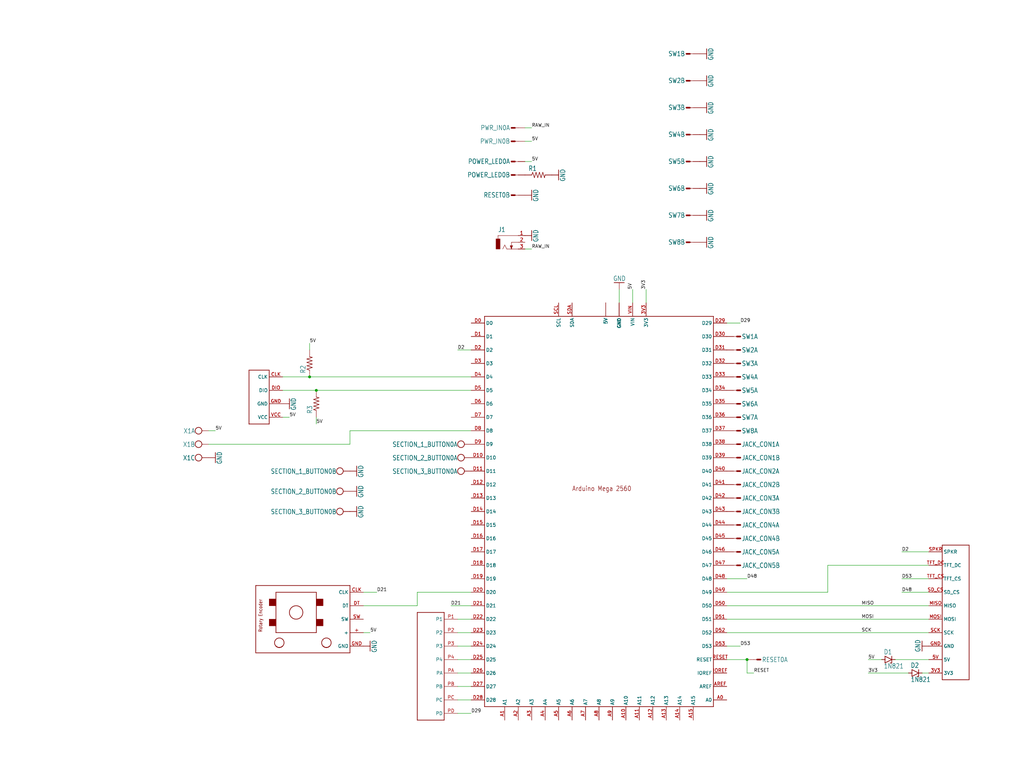
<source format=kicad_sch>
(kicad_sch (version 20231120) (generator "eeschema") (generator_version "8.0")
  (paper "User" 386.486 292.024)
  (lib_symbols
    (symbol "main-eagle-import:1N821"
      (property "Reference" "D" (at -1.778 1.905 0))
      (symbol "1N821_1_0"
        (polyline (pts (xy -1.27 -1.27) (xy 1.27 0)) (stroke (width 0.254)))
        (polyline (pts (xy -1.27 0) (xy -2.54 0)) (stroke (width 0.254)))
        (polyline (pts (xy -1.27 0) (xy -1.27 -1.27)) (stroke (width 0.254)))
        (polyline (pts (xy -1.27 1.27) (xy -1.27 0)) (stroke (width 0.254)))
        (polyline (pts (xy 1.27 -1.27) (xy 0.635 -1.27)) (stroke (width 0.254)))
        (polyline (pts (xy 1.27 0) (xy -1.27 1.27)) (stroke (width 0.254)))
        (polyline (pts (xy 1.27 0) (xy 1.27 -1.27)) (stroke (width 0.254)))
        (polyline (pts (xy 1.27 0) (xy 2.54 0)) (stroke (width 0.254)))
        (polyline (pts (xy 1.27 1.27) (xy 1.27 0)) (stroke (width 0.254)))
        (pin passive line (at -2.54 0 0) (length 0) (name "A") (number "A"))
        (pin passive line (at 2.54 0 180) (length 0) (name "C") (number "C"))
      )
    )
    (symbol "main-eagle-import:7_SEG_DISPLAY"
      (symbol "7_SEG_DISPLAY_1_0"
        (polyline (pts (xy -10.16 -5.08) (xy -10.16 2.54)) (stroke (width 0.254)))
        (polyline (pts (xy -10.16 2.54) (xy 10.16 2.54)) (stroke (width 0.254)))
        (polyline (pts (xy 10.16 -5.08) (xy -10.16 -5.08)) (stroke (width 0.254)))
        (polyline (pts (xy 10.16 2.54) (xy 10.16 -5.08)) (stroke (width 0.254)))
        (pin bidirectional line (at -7.62 7.62 270) (length 5.08) (name "CLK") (number "CLK"))
        (pin bidirectional line (at -2.54 7.62 270) (length 5.08) (name "DIO") (number "DIO"))
        (pin bidirectional line (at 2.54 7.62 270) (length 5.08) (name "GND") (number "GND"))
        (pin bidirectional line (at 7.62 7.62 270) (length 5.08) (name "VCC") (number "VCC"))
      )
    )
    (symbol "main-eagle-import:ARDUINO_MEGAMIRROR"
      (symbol "ARDUINO_MEGAMIRROR_1_0"
        (polyline (pts (xy -43.18 -76.2) (xy 43.18 -76.2)) (stroke (width 0.254)))
        (polyline (pts (xy -43.18 71.12) (xy -43.18 -76.2)) (stroke (width 0.254)))
        (polyline (pts (xy 43.18 -76.2) (xy 43.18 71.12)) (stroke (width 0.254)))
        (polyline (pts (xy 43.18 71.12) (xy -43.18 71.12)) (stroke (width 0.254)))
        (text "Arduino Mega 2560" (at -10.16 5.08 0) (effects (font (size 1.778 1.5113)) (justify left bottom)))
        (pin power_in line (at 17.78 76.2 270) (length 5.08) (name "3V3") (number "3V3"))
        (pin power_in line (at 2.54 76.2 270) (length 5.08) (name "5V") (number "5V@1"))
        (pin power_in line (at 2.54 76.2 270) (length 5.08) (name "5V") (number "5V@2"))
        (pin power_in line (at 2.54 76.2 270) (length 5.08) (name "5V") (number "5V@3"))
        (pin bidirectional line (at 48.26 -73.66 180) (length 5.08) (name "A0") (number "A0"))
        (pin bidirectional line (at -35.56 -81.28 90) (length 5.08) (name "A1") (number "A1"))
        (pin bidirectional line (at 10.16 -81.28 90) (length 5.08) (name "A10") (number "A10"))
        (pin bidirectional line (at 15.24 -81.28 90) (length 5.08) (name "A11") (number "A11"))
        (pin bidirectional line (at 20.32 -81.28 90) (length 5.08) (name "A12") (number "A12"))
        (pin bidirectional line (at 25.4 -81.28 90) (length 5.08) (name "A13") (number "A13"))
        (pin bidirectional line (at 30.48 -81.28 90) (length 5.08) (name "A14") (number "A14"))
        (pin bidirectional line (at 35.56 -81.28 90) (length 5.08) (name "A15") (number "A15"))
        (pin bidirectional line (at -30.48 -81.28 90) (length 5.08) (name "A2") (number "A2"))
        (pin bidirectional line (at -25.4 -81.28 90) (length 5.08) (name "A3") (number "A3"))
        (pin bidirectional line (at -20.32 -81.28 90) (length 5.08) (name "A4") (number "A4"))
        (pin bidirectional line (at -15.24 -81.28 90) (length 5.08) (name "A5") (number "A5"))
        (pin bidirectional line (at -10.16 -81.28 90) (length 5.08) (name "A6") (number "A6"))
        (pin bidirectional line (at -5.08 -81.28 90) (length 5.08) (name "A7") (number "A7"))
        (pin bidirectional line (at 0 -81.28 90) (length 5.08) (name "A8") (number "A8"))
        (pin bidirectional line (at 5.08 -81.28 90) (length 5.08) (name "A9") (number "A9"))
        (pin bidirectional line (at 48.26 -68.58 180) (length 5.08) (name "AREF") (number "AREF"))
        (pin bidirectional line (at -48.26 68.58 0) (length 5.08) (name "D0") (number "D0"))
        (pin bidirectional line (at -48.26 63.5 0) (length 5.08) (name "D1") (number "D1"))
        (pin bidirectional line (at -48.26 17.78 0) (length 5.08) (name "D10") (number "D10"))
        (pin bidirectional line (at -48.26 12.7 0) (length 5.08) (name "D11") (number "D11"))
        (pin bidirectional line (at -48.26 7.62 0) (length 5.08) (name "D12") (number "D12"))
        (pin bidirectional line (at -48.26 2.54 0) (length 5.08) (name "D13") (number "D13"))
        (pin bidirectional line (at -48.26 -2.54 0) (length 5.08) (name "D14") (number "D14"))
        (pin bidirectional line (at -48.26 -7.62 0) (length 5.08) (name "D15") (number "D15"))
        (pin bidirectional line (at -48.26 -12.7 0) (length 5.08) (name "D16") (number "D16"))
        (pin bidirectional line (at -48.26 -17.78 0) (length 5.08) (name "D17") (number "D17"))
        (pin bidirectional line (at -48.26 -22.86 0) (length 5.08) (name "D18") (number "D18"))
        (pin bidirectional line (at -48.26 -27.94 0) (length 5.08) (name "D19") (number "D19"))
        (pin bidirectional line (at -48.26 58.42 0) (length 5.08) (name "D2") (number "D2"))
        (pin bidirectional line (at -48.26 -33.02 0) (length 5.08) (name "D20") (number "D20"))
        (pin bidirectional line (at -48.26 -38.1 0) (length 5.08) (name "D21") (number "D21"))
        (pin bidirectional line (at -48.26 -43.18 0) (length 5.08) (name "D22") (number "D22"))
        (pin bidirectional line (at -48.26 -48.26 0) (length 5.08) (name "D23") (number "D23"))
        (pin bidirectional line (at -48.26 -53.34 0) (length 5.08) (name "D24") (number "D24"))
        (pin bidirectional line (at -48.26 -58.42 0) (length 5.08) (name "D25") (number "D25"))
        (pin bidirectional line (at -48.26 -63.5 0) (length 5.08) (name "D26") (number "D26"))
        (pin bidirectional line (at -48.26 -68.58 0) (length 5.08) (name "D27") (number "D27"))
        (pin bidirectional line (at -48.26 -73.66 0) (length 5.08) (name "D28") (number "D28"))
        (pin bidirectional line (at 48.26 68.58 180) (length 5.08) (name "D29") (number "D29"))
        (pin bidirectional line (at -48.26 53.34 0) (length 5.08) (name "D3") (number "D3"))
        (pin bidirectional line (at 48.26 63.5 180) (length 5.08) (name "D30") (number "D30"))
        (pin bidirectional line (at 48.26 58.42 180) (length 5.08) (name "D31") (number "D31"))
        (pin bidirectional line (at 48.26 53.34 180) (length 5.08) (name "D32") (number "D32"))
        (pin bidirectional line (at 48.26 48.26 180) (length 5.08) (name "D33") (number "D33"))
        (pin bidirectional line (at 48.26 43.18 180) (length 5.08) (name "D34") (number "D34"))
        (pin bidirectional line (at 48.26 38.1 180) (length 5.08) (name "D35") (number "D35"))
        (pin bidirectional line (at 48.26 33.02 180) (length 5.08) (name "D36") (number "D36"))
        (pin bidirectional line (at 48.26 27.94 180) (length 5.08) (name "D37") (number "D37"))
        (pin bidirectional line (at 48.26 22.86 180) (length 5.08) (name "D38") (number "D38"))
        (pin bidirectional line (at 48.26 17.78 180) (length 5.08) (name "D39") (number "D39"))
        (pin bidirectional line (at -48.26 48.26 0) (length 5.08) (name "D4") (number "D4"))
        (pin bidirectional line (at 48.26 12.7 180) (length 5.08) (name "D40") (number "D40"))
        (pin bidirectional line (at 48.26 7.62 180) (length 5.08) (name "D41") (number "D41"))
        (pin bidirectional line (at 48.26 2.54 180) (length 5.08) (name "D42") (number "D42"))
        (pin bidirectional line (at 48.26 -2.54 180) (length 5.08) (name "D43") (number "D43"))
        (pin bidirectional line (at 48.26 -7.62 180) (length 5.08) (name "D44") (number "D44"))
        (pin bidirectional line (at 48.26 -12.7 180) (length 5.08) (name "D45") (number "D45"))
        (pin bidirectional line (at 48.26 -17.78 180) (length 5.08) (name "D46") (number "D46"))
        (pin bidirectional line (at 48.26 -22.86 180) (length 5.08) (name "D47") (number "D47"))
        (pin bidirectional line (at 48.26 -27.94 180) (length 5.08) (name "D48") (number "D48"))
        (pin bidirectional line (at 48.26 -33.02 180) (length 5.08) (name "D49") (number "D49"))
        (pin bidirectional line (at -48.26 43.18 0) (length 5.08) (name "D5") (number "D5"))
        (pin bidirectional line (at 48.26 -38.1 180) (length 5.08) (name "D50") (number "D50"))
        (pin bidirectional line (at 48.26 -43.18 180) (length 5.08) (name "D51") (number "D51"))
        (pin bidirectional line (at 48.26 -48.26 180) (length 5.08) (name "D52") (number "D52"))
        (pin bidirectional line (at 48.26 -53.34 180) (length 5.08) (name "D53") (number "D53"))
        (pin bidirectional line (at -48.26 38.1 0) (length 5.08) (name "D6") (number "D6"))
        (pin bidirectional line (at -48.26 33.02 0) (length 5.08) (name "D7") (number "D7"))
        (pin bidirectional line (at -48.26 27.94 0) (length 5.08) (name "D8") (number "D8"))
        (pin bidirectional line (at -48.26 22.86 0) (length 5.08) (name "D9") (number "D9"))
        (pin power_in line (at 7.62 76.2 270) (length 5.08) (name "GND") (number "GND@1"))
        (pin power_in line (at 7.62 76.2 270) (length 5.08) (name "GND") (number "GND@2"))
        (pin power_in line (at 7.62 76.2 270) (length 5.08) (name "GND") (number "GND@3"))
        (pin power_in line (at 7.62 76.2 270) (length 5.08) (name "GND") (number "GND@4"))
        (pin power_in line (at 7.62 76.2 270) (length 5.08) (name "GND") (number "GND@5"))
        (pin bidirectional line (at 48.26 -63.5 180) (length 5.08) (name "IOREF") (number "IOREF"))
        (pin bidirectional line (at 48.26 -58.42 180) (length 5.08) (name "RESET") (number "RESET"))
        (pin bidirectional line (at -15.24 76.2 270) (length 5.08) (name "SCL") (number "SCL"))
        (pin bidirectional line (at -10.16 76.2 270) (length 5.08) (name "SDA") (number "SDA"))
        (pin power_in line (at 12.7 76.2 270) (length 5.08) (name "VIN") (number "VIN"))
      )
    )
    (symbol "main-eagle-import:BUTTON_GRID_HEADER"
      (symbol "BUTTON_GRID_HEADER_1_0"
        (polyline (pts (xy -20.32 -5.08) (xy -20.32 5.08)) (stroke (width 0.254)))
        (polyline (pts (xy -20.32 5.08) (xy 20.32 5.08)) (stroke (width 0.254)))
        (polyline (pts (xy 20.32 -5.08) (xy -20.32 -5.08)) (stroke (width 0.254)))
        (polyline (pts (xy 20.32 5.08) (xy 20.32 -5.08)) (stroke (width 0.254)))
        (pin bidirectional line (at -17.78 10.16 270) (length 5.08) (name "P1") (number "P1"))
        (pin bidirectional line (at -12.7 10.16 270) (length 5.08) (name "P2") (number "P2"))
        (pin bidirectional line (at -7.62 10.16 270) (length 5.08) (name "P3") (number "P3"))
        (pin bidirectional line (at -2.54 10.16 270) (length 5.08) (name "P4") (number "P4"))
        (pin bidirectional line (at 2.54 10.16 270) (length 5.08) (name "PA") (number "PA"))
        (pin bidirectional line (at 7.62 10.16 270) (length 5.08) (name "PB") (number "PB"))
        (pin bidirectional line (at 12.7 10.16 270) (length 5.08) (name "PC") (number "PC"))
        (pin bidirectional line (at 17.78 10.16 270) (length 5.08) (name "PD") (number "PD"))
      )
    )
    (symbol "main-eagle-import:DCJ0303"
      (property "Reference" "J" (at -2.54 3.81 0))
      (symbol "DCJ0303_1_0"
        (rectangle (start -3.302 -2.54) (end -1.778 1.27) (fill (type outline)))
        (polyline (pts (xy -2.54 2.54) (xy -2.54 1.27)) (stroke (width 0.1524)))
        (polyline (pts (xy 0 -1.016) (xy -0.762 -2.54)) (stroke (width 0.1524)))
        (polyline (pts (xy 0.762 -2.54) (xy 0 -1.016)) (stroke (width 0.1524)))
        (polyline (pts (xy 2.54 -2.54) (xy 0.762 -2.54)) (stroke (width 0.1524)))
        (polyline (pts (xy 2.54 0) (xy 2.54 -2.54)) (stroke (width 0.1524)))
        (polyline (pts (xy 5.08 -2.54) (xy 2.54 -2.54)) (stroke (width 0.1524)))
        (polyline (pts (xy 5.08 0) (xy 2.54 0)) (stroke (width 0.1524)))
        (polyline (pts (xy 5.08 2.54) (xy -2.54 2.54)) (stroke (width 0.1524)))
        (polyline (pts (xy 2.54 -2.54) (xy 2.032 -1.27) (xy 3.048 -1.27)) (stroke (width 0.1524)) (fill (type outline)))
        (pin passive line (at 7.62 2.54 180) (length 2.54) (name "1") (number "1"))
        (pin passive line (at 7.62 0 180) (length 2.54) (name "2") (number "2"))
        (pin passive line (at 7.62 -2.54 180) (length 2.54) (name "3") (number "3"))
      )
    )
    (symbol "main-eagle-import:FLIPFLOP-RES"
      (property "Reference" "R" (at -3.81 1.4986 0))
      (symbol "FLIPFLOP-RES_1_0"
        (polyline (pts (xy -2.54 0) (xy -2.159 1.016)) (stroke (width 0.2032)))
        (polyline (pts (xy -2.159 1.016) (xy -1.524 -1.016)) (stroke (width 0.2032)))
        (polyline (pts (xy -1.524 -1.016) (xy -0.889 1.016)) (stroke (width 0.2032)))
        (polyline (pts (xy -0.889 1.016) (xy -0.254 -1.016)) (stroke (width 0.2032)))
        (polyline (pts (xy -0.254 -1.016) (xy 0.381 1.016)) (stroke (width 0.2032)))
        (polyline (pts (xy 0.381 1.016) (xy 1.016 -1.016)) (stroke (width 0.2032)))
        (polyline (pts (xy 1.016 -1.016) (xy 1.651 1.016)) (stroke (width 0.2032)))
        (polyline (pts (xy 1.651 1.016) (xy 2.286 -1.016)) (stroke (width 0.2032)))
        (polyline (pts (xy 2.286 -1.016) (xy 2.54 0)) (stroke (width 0.2032)))
        (pin passive line (at -5.08 0 0) (length 2.54) (name "1") (number "1"))
        (pin passive line (at 5.08 0 180) (length 2.54) (name "2") (number "2"))
      )
    )
    (symbol "main-eagle-import:GND" (power)
      (symbol "GND_1_0"
        (polyline (pts (xy -1.905 0) (xy 1.905 0)) (stroke (width 0.254)))
        (pin power_in line (at 0 2.54 270) (length 2.54) (name "GND") (number "1"))
      )
    )
    (symbol "main-eagle-import:L02P"
      (property "Reference" "SV" (at -0.508 1.016 0))
      (symbol "L02P_1_0"
        (polyline (pts (xy 0 0) (xy 1.27 0)) (stroke (width 0.6096)))
        (polyline (pts (xy 1.27 0) (xy 2.54 0)) (stroke (width 0.1524)))
        (pin passive line (at 5.08 0 180) (length 2.54) (name "S") (number "1"))
      )
      (symbol "L02P_2_0"
        (polyline (pts (xy 0 0) (xy 1.27 0)) (stroke (width 0.6096)))
        (polyline (pts (xy 1.27 0) (xy 2.54 0)) (stroke (width 0.1524)))
        (pin passive line (at 5.08 0 180) (length 2.54) (name "S") (number "2"))
      )
    )
    (symbol "main-eagle-import:ROTARY_ENCODER"
      (symbol "ROTARY_ENCODER_1_0"
        (rectangle (start -7.62 -12.7) (end -5.08 -10.16) (fill (type outline)))
        (rectangle (start -7.62 5.08) (end -5.08 7.62) (fill (type outline)))
        (circle (center -2.54 -2.54) (radius 2.54) (stroke (width 0.254)))
        (rectangle (start 0 -12.7) (end 2.54 -10.16) (fill (type outline)))
        (polyline (pts (xy -12.7 -17.78) (xy 12.7 -17.78)) (stroke (width 0.254)))
        (polyline (pts (xy -12.7 17.78) (xy -12.7 -17.78)) (stroke (width 0.254)))
        (polyline (pts (xy -10.16 -10.16) (xy -10.16 5.08)) (stroke (width 0.254)))
        (polyline (pts (xy -10.16 5.08) (xy 5.08 5.08)) (stroke (width 0.254)))
        (polyline (pts (xy 5.08 -10.16) (xy -10.16 -10.16)) (stroke (width 0.254)))
        (polyline (pts (xy 5.08 5.08) (xy 5.08 -10.16)) (stroke (width 0.254)))
        (polyline (pts (xy 12.7 -17.78) (xy 12.7 17.78)) (stroke (width 0.254)))
        (polyline (pts (xy 12.7 17.78) (xy -12.7 17.78)) (stroke (width 0.254)))
        (rectangle (start 0 5.08) (end 2.54 7.62) (fill (type outline)))
        (arc (start 7.62 -7.62) (mid 7.62 -10.16) (end 10.16 -10.16) (stroke (width 0.254)))
        (arc (start 7.62 10.16) (mid 7.62 7.62) (end 10.16 7.62) (stroke (width 0.254)))
        (arc (start 10.16 -10.16) (mid 10.16 -7.62) (end 7.62 -7.62) (stroke (width 0.254)))
        (arc (start 10.16 -10.16) (mid 10.6861 -8.89) (end 10.16 -7.62) (stroke (width 0.254)))
        (arc (start 10.16 7.62) (mid 10.16 10.16) (end 7.62 10.16) (stroke (width 0.254)))
        (arc (start 10.16 7.62) (mid 10.6861 8.89) (end 10.16 10.16) (stroke (width 0.254)))
        (text "Rotary Encoder" (at -7.62 -15.24 0) (effects (font (size 1.27 1.0795)) (justify left bottom)))
        (pin power_in line (at 5.08 22.86 270) (length 5.08) (name "+") (number "+"))
        (pin bidirectional line (at -10.16 22.86 270) (length 5.08) (name "CLK") (number "CLK"))
        (pin bidirectional line (at -5.08 22.86 270) (length 5.08) (name "DT") (number "DT"))
        (pin power_in line (at 10.16 22.86 270) (length 5.08) (name "GND") (number "GND"))
        (pin bidirectional line (at 0 22.86 270) (length 5.08) (name "SW") (number "SW"))
      )
    )
    (symbol "main-eagle-import:SPI_HEADERSPI_HEADER_RIBBON_CONNECTOR"
      (symbol "SPI_HEADERSPI_HEADER_RIBBON_CONNECTOR_1_0"
        (polyline (pts (xy -25.4 -5.08) (xy 25.4 -5.08)) (stroke (width 0.254)))
        (polyline (pts (xy -25.4 5.08) (xy -25.4 -5.08)) (stroke (width 0.254)))
        (polyline (pts (xy -25.4 5.08) (xy 25.4 5.08)) (stroke (width 0.254)))
        (polyline (pts (xy 25.4 5.08) (xy 25.4 -5.08)) (stroke (width 0.254)))
        (pin power_in line (at -22.86 10.16 270) (length 5.08) (name "3V3") (number "3V3"))
        (pin power_in line (at -17.78 10.16 270) (length 5.08) (name "5V") (number "5V"))
        (pin power_in line (at -12.7 10.16 270) (length 5.08) (name "GND") (number "GND"))
        (pin bidirectional line (at 2.54 10.16 270) (length 5.08) (name "MISO") (number "MISO"))
        (pin bidirectional line (at -2.54 10.16 270) (length 5.08) (name "MOSI") (number "MOSI"))
        (pin bidirectional line (at -7.62 10.16 270) (length 5.08) (name "SCK") (number "SCK"))
        (pin bidirectional line (at 7.62 10.16 270) (length 5.08) (name "SD_CS") (number "SD_CS"))
        (pin bidirectional line (at 22.86 10.16 270) (length 5.08) (name "SPKR") (number "SPKR"))
        (pin bidirectional line (at 12.7 10.16 270) (length 5.08) (name "TFT_CS") (number "TFT_CS"))
        (pin bidirectional line (at 17.78 10.16 270) (length 5.08) (name "TFT_DC") (number "TFT_DC"))
      )
    )
    (symbol "main-eagle-import:W237-102"
      (property "Reference" "X" (at 0 0.889 0))
      (symbol "W237-102_1_0"
        (circle (center 1.27 0) (radius 1.27) (stroke (width 0.254)))
        (pin passive line (at 5.08 0 180) (length 2.54) (name "KL") (number "1"))
      )
      (symbol "W237-102_2_0"
        (circle (center 1.27 0) (radius 1.27) (stroke (width 0.254)))
        (pin passive line (at 5.08 0 180) (length 2.54) (name "KL") (number "2"))
      )
    )
    (symbol "main-eagle-import:W237-103"
      (property "Reference" "X" (at 0 0.889 0))
      (symbol "W237-103_1_0"
        (circle (center 1.27 0) (radius 1.27) (stroke (width 0.254)))
        (pin passive line (at 5.08 0 180) (length 2.54) (name "KL") (number "1"))
      )
      (symbol "W237-103_2_0"
        (circle (center 1.27 0) (radius 1.27) (stroke (width 0.254)))
        (pin passive line (at 5.08 0 180) (length 2.54) (name "KL") (number "2"))
      )
      (symbol "W237-103_3_0"
        (circle (center 1.27 0) (radius 1.27) (stroke (width 0.254)))
        (pin passive line (at 5.08 0 180) (length 2.54) (name "KL") (number "3"))
      )
    )
  )
  (junction (at 116.84 142.24))
  (junction (at 281.94 248.92))
  (junction (at 119.38 147.32))
  (wire (pts (xy 172.72 269.24) (xy 177.8 269.24)) (stroke (width 0.1524)))
  (wire (pts (xy 238.76 114.3) (xy 238.76 109.22)) (stroke (width 0.1524)))
  (wire (pts (xy 137.16 238.76) (xy 139.7 238.76)) (stroke (width 0.1524)))
  (wire (pts (xy 116.84 142.24) (xy 177.8 142.24)) (stroke (width 0.1524)))
  (wire (pts (xy 347.98 254) (xy 350.52 254)) (stroke (width 0.1524)))
  (wire (pts (xy 350.52 218.44) (xy 340.36 218.44)) (stroke (width 0.1524)))
  (wire (pts (xy 274.32 228.6) (xy 350.52 228.6)) (stroke (width 0.1524)))
  (wire (pts (xy 137.16 223.52) (xy 142.24 223.52)) (stroke (width 0.1524)))
  (wire (pts (xy 78.74 162.56) (xy 81.28 162.56)) (stroke (width 0.1524)))
  (wire (pts (xy 350.52 208.28) (xy 340.36 208.28)) (stroke (width 0.1524)))
  (wire (pts (xy 274.32 121.92) (xy 279.4 121.92)) (stroke (width 0.1524)))
  (wire (pts (xy 172.72 238.76) (xy 177.8 238.76)) (stroke (width 0.1524)))
  (wire (pts (xy 332.74 248.92) (xy 327.66 248.92)) (stroke (width 0.1524)))
  (wire (pts (xy 198.12 48.26) (xy 200.66 48.26)) (stroke (width 0.1524)))
  (wire (pts (xy 157.48 223.52) (xy 177.8 223.52)) (stroke (width 0.1524)))
  (wire (pts (xy 274.32 223.52) (xy 312.42 223.52)) (stroke (width 0.1524)))
  (wire (pts (xy 281.94 248.92) (xy 274.32 248.92)) (stroke (width 0.1524)))
  (wire (pts (xy 172.72 248.92) (xy 177.8 248.92)) (stroke (width 0.1524)))
  (wire (pts (xy 172.72 254) (xy 177.8 254)) (stroke (width 0.1524)))
  (wire (pts (xy 157.48 228.6) (xy 157.48 223.52)) (stroke (width 0.1524)))
  (wire (pts (xy 106.68 157.48) (xy 109.22 157.48)) (stroke (width 0.1524)))
  (wire (pts (xy 198.12 53.34) (xy 200.66 53.34)) (stroke (width 0.1524)))
  (wire (pts (xy 274.32 218.44) (xy 281.94 218.44)) (stroke (width 0.1524)))
  (wire (pts (xy 350.52 223.52) (xy 340.36 223.52)) (stroke (width 0.1524)))
  (wire (pts (xy 198.12 60.96) (xy 200.66 60.96)) (stroke (width 0.1524)))
  (wire (pts (xy 132.08 162.56) (xy 177.8 162.56)) (stroke (width 0.1524)))
  (wire (pts (xy 312.42 213.36) (xy 350.52 213.36)) (stroke (width 0.1524)))
  (wire (pts (xy 137.16 228.6) (xy 157.48 228.6)) (stroke (width 0.1524)))
  (wire (pts (xy 119.38 157.48) (xy 119.38 160.02)) (stroke (width 0.1524)))
  (wire (pts (xy 172.72 264.16) (xy 177.8 264.16)) (stroke (width 0.1524)))
  (wire (pts (xy 172.72 259.08) (xy 177.8 259.08)) (stroke (width 0.1524)))
  (wire (pts (xy 243.84 114.3) (xy 243.84 109.22)) (stroke (width 0.1524)))
  (wire (pts (xy 198.12 93.98) (xy 200.66 93.98)) (stroke (width 0.1524)))
  (wire (pts (xy 106.68 147.32) (xy 119.38 147.32)) (stroke (width 0.1524)))
  (wire (pts (xy 172.72 233.68) (xy 177.8 233.68)) (stroke (width 0.1524)))
  (wire (pts (xy 274.32 238.76) (xy 350.52 238.76)) (stroke (width 0.1524)))
  (wire (pts (xy 132.08 167.64) (xy 132.08 162.56)) (stroke (width 0.1524)))
  (wire (pts (xy 172.72 243.84) (xy 177.8 243.84)) (stroke (width 0.1524)))
  (wire (pts (xy 274.32 243.84) (xy 279.4 243.84)) (stroke (width 0.1524)))
  (wire (pts (xy 78.74 167.64) (xy 132.08 167.64)) (stroke (width 0.1524)))
  (wire (pts (xy 281.94 248.92) (xy 281.94 254)) (stroke (width 0.1524)))
  (wire (pts (xy 116.84 132.08) (xy 116.84 129.54)) (stroke (width 0.1524)))
  (wire (pts (xy 106.68 142.24) (xy 116.84 142.24)) (stroke (width 0.1524)))
  (wire (pts (xy 119.38 147.32) (xy 177.8 147.32)) (stroke (width 0.1524)))
  (wire (pts (xy 177.8 228.6) (xy 170.18 228.6)) (stroke (width 0.1524)))
  (wire (pts (xy 274.32 233.68) (xy 350.52 233.68)) (stroke (width 0.1524)))
  (wire (pts (xy 281.94 254) (xy 284.48 254)) (stroke (width 0.1524)))
  (wire (pts (xy 177.8 132.08) (xy 172.72 132.08)) (stroke (width 0.1524)))
  (wire (pts (xy 233.68 109.22) (xy 233.68 114.3)) (stroke (width 0.1524)))
  (wire (pts (xy 312.42 223.52) (xy 312.42 213.36)) (stroke (width 0.1524)))
  (wire (pts (xy 342.9 254) (xy 327.66 254)) (stroke (width 0.1524)))
  (wire (pts (xy 337.82 248.92) (xy 350.52 248.92)) (stroke (width 0.1524)))
  (label "D29" (at 279.4 121.92 0) (effects (font (size 1.2446 1.2446))))
  (label "5V" (at 139.7 238.76 0) (effects (font (size 1.2446 1.2446))))
  (label "3V3" (at 327.66 254 0) (effects (font (size 1.2446 1.2446))))
  (label "RAW_IN" (at 200.66 48.26 0) (effects (font (size 1.2446 1.2446))))
  (label "MISO" (at 325.12 228.6 0) (effects (font (size 1.2446 1.2446))))
  (label "D2" (at 172.72 132.08 0) (effects (font (size 1.2446 1.2446))))
  (label "D48" (at 340.36 223.52 0) (effects (font (size 1.2446 1.2446))))
  (label "D29" (at 177.8 269.24 0) (effects (font (size 1.2446 1.2446))))
  (label "RAW_IN" (at 200.66 93.98 0) (effects (font (size 1.2446 1.2446))))
  (label "5V" (at 109.22 157.48 0) (effects (font (size 1.2446 1.2446))))
  (label "D53" (at 279.4 243.84 0) (effects (font (size 1.2446 1.2446))))
  (label "5V" (at 327.66 248.92 0) (effects (font (size 1.2446 1.2446))))
  (label "D21" (at 142.24 223.52 0) (effects (font (size 1.2446 1.2446))))
  (label "D53" (at 340.36 218.44 0) (effects (font (size 1.2446 1.2446))))
  (label "D21" (at 170.18 228.6 0) (effects (font (size 1.2446 1.2446))))
  (label "D48" (at 281.94 218.44 0) (effects (font (size 1.2446 1.2446))))
  (label "3V3" (at 243.84 109.22 90) (effects (font (size 1.2446 1.2446))))
  (label "5V" (at 200.66 60.96 0) (effects (font (size 1.2446 1.2446))))
  (label "5V" (at 119.38 160.02 0) (effects (font (size 1.2446 1.2446))))
  (label "D2" (at 340.36 208.28 0) (effects (font (size 1.2446 1.2446))))
  (label "5V" (at 116.84 129.54 0) (effects (font (size 1.2446 1.2446))))
  (label "5V" (at 238.76 109.22 90) (effects (font (size 1.2446 1.2446))))
  (label "RESET" (at 284.48 254 0) (effects (font (size 1.2446 1.2446))))
  (label "SCK" (at 325.12 238.76 0) (effects (font (size 1.2446 1.2446))))
  (label "5V" (at 81.28 162.56 0) (effects (font (size 1.2446 1.2446))))
  (label "MOSI" (at 325.12 233.68 0) (effects (font (size 1.2446 1.2446))))
  (label "5V" (at 200.66 53.34 0) (effects (font (size 1.2446 1.2446))))
  (symbol (lib_id "main-eagle-import:L02P") (at 279.4 137.16 180) (unit 1)
    (property "Reference" "SW3" (at 279.908 138.176 0) (effects (font (size 1.778 1.5113)) (justify right top)))
    (property "Value" "L02P" (effects (hide yes)))
    (property "Footprint" "main:L02P" (effects (hide yes)))
  )
  (symbol (lib_id "main-eagle-import:L02P") (at 279.4 208.28 180) (unit 1)
    (property "Reference" "JACK_CON5" (at 279.908 209.296 0) (effects (font (size 1.778 1.5113)) (justify right top)))
    (property "Value" "L02P" (effects (hide yes)))
    (property "Footprint" "main:L02P" (effects (hide yes)))
  )
  (symbol (lib_id "main-eagle-import:GND") (at 266.7 20.32 90) (unit 1)
    (property "Reference" "#GND12" (effects (hide yes)))
    (property "Value" "GND" (at 269.24 22.86 0) (effects (font (size 1.778 1.5113)) (justify left bottom)))
  )
  (symbol (lib_id "main-eagle-import:L02P") (at 193.04 53.34 0) (unit 2)
    (property "Reference" "PWR_IN0" (at 192.532 52.324 0) (effects (font (size 1.778 1.5113)) (justify right top)))
    (property "Value" "L02P" (effects (hide yes)))
    (property "Footprint" "main:L02P" (effects (hide yes)))
  )
  (symbol (lib_id "main-eagle-import:DCJ0303") (at 190.5 91.44 0) (unit 1)
    (property "Reference" "J1" (at 187.96 87.63 0) (effects (font (size 1.778 1.5113)) (justify left bottom)))
    (property "Value" "DCJ0303" (effects (hide yes)))
    (property "Footprint" "main:DCJ0303" (effects (hide yes)))
  )
  (symbol (lib_id "main-eagle-import:L02P") (at 193.04 66.04 0) (unit 2)
    (property "Reference" "POWER_LED0" (at 192.532 65.024 0) (effects (font (size 1.778 1.5113)) (justify right top)))
    (property "Value" "L02P" (effects (hide yes)))
    (property "Footprint" "main:L02P" (effects (hide yes)))
  )
  (symbol (lib_id "main-eagle-import:GND") (at 266.7 91.44 90) (unit 1)
    (property "Reference" "#GND5" (effects (hide yes)))
    (property "Value" "GND" (at 269.24 93.98 0) (effects (font (size 1.778 1.5113)) (justify left bottom)))
  )
  (symbol (lib_id "main-eagle-import:L02P") (at 279.4 132.08 180) (unit 1)
    (property "Reference" "SW2" (at 279.908 133.096 0) (effects (font (size 1.778 1.5113)) (justify right top)))
    (property "Value" "L02P" (effects (hide yes)))
    (property "Footprint" "main:L02P" (effects (hide yes)))
  )
  (symbol (lib_id "main-eagle-import:L02P") (at 259.08 40.64 0) (unit 2)
    (property "Reference" "SW3" (at 258.572 39.624 0) (effects (font (size 1.778 1.5113)) (justify right top)))
    (property "Value" "L02P" (effects (hide yes)))
    (property "Footprint" "main:L02P" (effects (hide yes)))
  )
  (symbol (lib_id "main-eagle-import:L02P") (at 279.4 198.12 180) (unit 1)
    (property "Reference" "JACK_CON4" (at 279.908 199.136 0) (effects (font (size 1.778 1.5113)) (justify right top)))
    (property "Value" "L02P" (effects (hide yes)))
    (property "Footprint" "main:L02P" (effects (hide yes)))
  )
  (symbol (lib_id "main-eagle-import:L02P") (at 279.4 187.96 180) (unit 1)
    (property "Reference" "JACK_CON3" (at 279.908 188.976 0) (effects (font (size 1.778 1.5113)) (justify right top)))
    (property "Value" "L02P" (effects (hide yes)))
    (property "Footprint" "main:L02P" (effects (hide yes)))
  )
  (symbol (lib_id "main-eagle-import:GND") (at 200.66 73.66 90) (unit 1)
    (property "Reference" "#GND2" (effects (hide yes)))
    (property "Value" "GND" (at 203.2 76.2 0) (effects (font (size 1.778 1.5113)) (justify left bottom)))
  )
  (symbol (lib_id "main-eagle-import:7_SEG_DISPLAY") (at 99.06 149.86 270) (unit 1)
    (property "Reference" "U$2" (effects (hide yes)))
    (property "Value" "7_SEG_DISPLAY" (effects (hide yes)))
    (property "Footprint" "main:7_SEG_DISPLAY" (effects (hide yes)))
  )
  (symbol (lib_id "main-eagle-import:W237-102") (at 172.72 167.64 0) (unit 1)
    (property "Reference" "SECTION_1_BUTTON0" (at 172.72 166.751 0) (effects (font (size 1.778 1.5113)) (justify right top)))
    (property "Value" "W237-102" (effects (hide yes)))
    (property "Footprint" "main:W237-102" (effects (hide yes)))
  )
  (symbol (lib_id "main-eagle-import:L02P") (at 259.08 81.28 0) (unit 2)
    (property "Reference" "SW7" (at 258.572 80.264 0) (effects (font (size 1.778 1.5113)) (justify right top)))
    (property "Value" "L02P" (effects (hide yes)))
    (property "Footprint" "main:L02P" (effects (hide yes)))
  )
  (symbol (lib_id "main-eagle-import:W237-102") (at 172.72 172.72 0) (unit 1)
    (property "Reference" "SECTION_2_BUTTON0" (at 172.72 171.831 0) (effects (font (size 1.778 1.5113)) (justify right top)))
    (property "Value" "W237-102" (effects (hide yes)))
    (property "Footprint" "main:W237-102" (effects (hide yes)))
  )
  (symbol (lib_id "main-eagle-import:L02P") (at 279.4 167.64 180) (unit 1)
    (property "Reference" "JACK_CON1" (at 279.908 168.656 0) (effects (font (size 1.778 1.5113)) (justify right top)))
    (property "Value" "L02P" (effects (hide yes)))
    (property "Footprint" "main:L02P" (effects (hide yes)))
  )
  (symbol (lib_id "main-eagle-import:L02P") (at 259.08 50.8 0) (unit 2)
    (property "Reference" "SW4" (at 258.572 49.784 0) (effects (font (size 1.778 1.5113)) (justify right top)))
    (property "Value" "L02P" (effects (hide yes)))
    (property "Footprint" "main:L02P" (effects (hide yes)))
  )
  (symbol (lib_id "main-eagle-import:GND") (at 200.66 88.9 90) (unit 1)
    (property "Reference" "#GND4" (effects (hide yes)))
    (property "Value" "GND" (at 203.2 91.44 0) (effects (font (size 1.778 1.5113)) (justify left bottom)))
  )
  (symbol (lib_id "main-eagle-import:L02P") (at 279.4 203.2 180) (unit 2)
    (property "Reference" "JACK_CON4" (at 279.908 204.216 0) (effects (font (size 1.778 1.5113)) (justify right top)))
    (property "Value" "L02P" (effects (hide yes)))
    (property "Footprint" "main:L02P" (effects (hide yes)))
  )
  (symbol (lib_id "main-eagle-import:GND") (at 134.62 177.8 90) (unit 1)
    (property "Reference" "#GND17" (effects (hide yes)))
    (property "Value" "GND" (at 137.16 180.34 0) (effects (font (size 1.778 1.5113)) (justify left bottom)))
  )
  (symbol (lib_id "main-eagle-import:L02P") (at 193.04 73.66 0) (unit 2)
    (property "Reference" "RESET0" (at 192.532 72.644 0) (effects (font (size 1.778 1.5113)) (justify right top)))
    (property "Value" "L02P" (effects (hide yes)))
    (property "Footprint" "main:L02P" (effects (hide yes)))
  )
  (symbol (lib_id "main-eagle-import:GND") (at 266.7 30.48 90) (unit 1)
    (property "Reference" "#GND11" (effects (hide yes)))
    (property "Value" "GND" (at 269.24 33.02 0) (effects (font (size 1.778 1.5113)) (justify left bottom)))
  )
  (symbol (lib_id "main-eagle-import:ROTARY_ENCODER") (at 114.3 233.68 270) (unit 1)
    (property "Reference" "U$5" (effects (hide yes)))
    (property "Value" "ROTARY_ENCODER" (effects (hide yes)))
    (property "Footprint" "main:ROTARY_ENCODER" (effects (hide yes)))
  )
  (symbol (lib_id "main-eagle-import:FLIPFLOP-RES") (at 119.38 152.4 90) (unit 1)
    (property "Reference" "R3" (at 117.8814 156.21 0) (effects (font (size 1.778 1.5113)) (justify left bottom)))
    (property "Value" "FLIPFLOP-RES" (effects (hide yes)))
    (property "Footprint" "main:0805-THM" (effects (hide yes)))
  )
  (symbol (lib_id "main-eagle-import:FLIPFLOP-RES") (at 203.2 66.04 0) (unit 1)
    (property "Reference" "R1" (at 199.39 64.5414 0) (effects (font (size 1.778 1.5113)) (justify left bottom)))
    (property "Value" "FLIPFLOP-RES" (effects (hide yes)))
    (property "Footprint" "main:0805-THM" (effects (hide yes)))
  )
  (symbol (lib_id "main-eagle-import:L02P") (at 259.08 91.44 0) (unit 2)
    (property "Reference" "SW8" (at 258.572 90.424 0) (effects (font (size 1.778 1.5113)) (justify right top)))
    (property "Value" "L02P" (effects (hide yes)))
    (property "Footprint" "main:L02P" (effects (hide yes)))
  )
  (symbol (lib_id "main-eagle-import:L02P") (at 279.4 147.32 180) (unit 1)
    (property "Reference" "SW5" (at 279.908 148.336 0) (effects (font (size 1.778 1.5113)) (justify right top)))
    (property "Value" "L02P" (effects (hide yes)))
    (property "Footprint" "main:L02P" (effects (hide yes)))
  )
  (symbol (lib_id "main-eagle-import:L02P") (at 279.4 182.88 180) (unit 2)
    (property "Reference" "JACK_CON2" (at 279.908 183.896 0) (effects (font (size 1.778 1.5113)) (justify right top)))
    (property "Value" "L02P" (effects (hide yes)))
    (property "Footprint" "main:L02P" (effects (hide yes)))
  )
  (symbol (lib_id "main-eagle-import:W237-103") (at 73.66 162.56 0) (unit 1)
    (property "Reference" "X1" (at 73.66 161.671 0) (effects (font (size 1.778 1.5113)) (justify right top)))
    (property "Value" "W237-103" (effects (hide yes)))
    (property "Footprint" "main:W237-103" (effects (hide yes)))
  )
  (symbol (lib_id "main-eagle-import:GND") (at 347.98 243.84 270) (unit 1)
    (property "Reference" "#GND14" (effects (hide yes)))
    (property "Value" "GND" (at 345.44 241.3 0) (effects (font (size 1.778 1.5113)) (justify left bottom)))
  )
  (symbol (lib_id "main-eagle-import:L02P") (at 279.4 157.48 180) (unit 1)
    (property "Reference" "SW7" (at 279.908 158.496 0) (effects (font (size 1.778 1.5113)) (justify right top)))
    (property "Value" "L02P" (effects (hide yes)))
    (property "Footprint" "main:L02P" (effects (hide yes)))
  )
  (symbol (lib_id "main-eagle-import:L02P") (at 259.08 71.12 0) (unit 2)
    (property "Reference" "SW6" (at 258.572 70.104 0) (effects (font (size 1.778 1.5113)) (justify right top)))
    (property "Value" "L02P" (effects (hide yes)))
    (property "Footprint" "main:L02P" (effects (hide yes)))
  )
  (symbol (lib_id "main-eagle-import:GND") (at 233.68 106.68 180) (unit 1)
    (property "Reference" "#GND1" (effects (hide yes)))
    (property "Value" "GND" (at 236.22 104.14 0) (effects (font (size 1.778 1.5113)) (justify left bottom)))
  )
  (symbol (lib_id "main-eagle-import:W237-102") (at 127 177.8 0) (unit 2)
    (property "Reference" "SECTION_1_BUTTON0" (at 127 176.911 0) (effects (font (size 1.778 1.5113)) (justify right top)))
    (property "Value" "W237-102" (effects (hide yes)))
    (property "Footprint" "main:W237-102" (effects (hide yes)))
  )
  (symbol (lib_id "main-eagle-import:L02P") (at 279.4 162.56 180) (unit 1)
    (property "Reference" "SW8" (at 279.908 163.576 0) (effects (font (size 1.778 1.5113)) (justify right top)))
    (property "Value" "L02P" (effects (hide yes)))
    (property "Footprint" "main:L02P" (effects (hide yes)))
  )
  (symbol (lib_id "main-eagle-import:GND") (at 134.62 185.42 90) (unit 1)
    (property "Reference" "#GND18" (effects (hide yes)))
    (property "Value" "GND" (at 137.16 187.96 0) (effects (font (size 1.778 1.5113)) (justify left bottom)))
  )
  (symbol (lib_id "main-eagle-import:GND") (at 139.7 243.84 90) (unit 1)
    (property "Reference" "#GND15" (effects (hide yes)))
    (property "Value" "GND" (at 142.24 246.38 0) (effects (font (size 1.778 1.5113)) (justify left bottom)))
  )
  (symbol (lib_id "main-eagle-import:L02P") (at 279.4 213.36 180) (unit 2)
    (property "Reference" "JACK_CON5" (at 279.908 214.376 0) (effects (font (size 1.778 1.5113)) (justify right top)))
    (property "Value" "L02P" (effects (hide yes)))
    (property "Footprint" "main:L02P" (effects (hide yes)))
  )
  (symbol (lib_id "main-eagle-import:L02P") (at 279.4 152.4 180) (unit 1)
    (property "Reference" "SW6" (at 279.908 153.416 0) (effects (font (size 1.778 1.5113)) (justify right top)))
    (property "Value" "L02P" (effects (hide yes)))
    (property "Footprint" "main:L02P" (effects (hide yes)))
  )
  (symbol (lib_id "main-eagle-import:SPI_HEADERSPI_HEADER_RIBBON_CONNECTOR") (at 360.68 231.14 90) (unit 1)
    (property "Reference" "U$3" (effects (hide yes)))
    (property "Value" "SPI_HEADERSPI_HEADER_RIBBON_CONNECTOR" (effects (hide yes)))
    (property "Footprint" "main:SPI_HEADER_RIBBON_CONNECTOR" (effects (hide yes)))
  )
  (symbol (lib_id "main-eagle-import:L02P") (at 287.02 248.92 180) (unit 1)
    (property "Reference" "RESET0" (at 287.528 249.936 0) (effects (font (size 1.778 1.5113)) (justify right top)))
    (property "Value" "L02P" (effects (hide yes)))
    (property "Footprint" "main:L02P" (effects (hide yes)))
  )
  (symbol (lib_id "main-eagle-import:GND") (at 266.7 71.12 90) (unit 1)
    (property "Reference" "#GND7" (effects (hide yes)))
    (property "Value" "GND" (at 269.24 73.66 0) (effects (font (size 1.778 1.5113)) (justify left bottom)))
  )
  (symbol (lib_id "main-eagle-import:L02P") (at 279.4 177.8 180) (unit 1)
    (property "Reference" "JACK_CON2" (at 279.908 178.816 0) (effects (font (size 1.778 1.5113)) (justify right top)))
    (property "Value" "L02P" (effects (hide yes)))
    (property "Footprint" "main:L02P" (effects (hide yes)))
  )
  (symbol (lib_id "main-eagle-import:GND") (at 266.7 81.28 90) (unit 1)
    (property "Reference" "#GND6" (effects (hide yes)))
    (property "Value" "GND" (at 269.24 83.82 0) (effects (font (size 1.778 1.5113)) (justify left bottom)))
  )
  (symbol (lib_id "main-eagle-import:W237-102") (at 127 193.04 0) (unit 2)
    (property "Reference" "SECTION_3_BUTTON0" (at 127 192.151 0) (effects (font (size 1.778 1.5113)) (justify right top)))
    (property "Value" "W237-102" (effects (hide yes)))
    (property "Footprint" "main:W237-102" (effects (hide yes)))
  )
  (symbol (lib_id "main-eagle-import:L02P") (at 279.4 193.04 180) (unit 2)
    (property "Reference" "JACK_CON3" (at 279.908 194.056 0) (effects (font (size 1.778 1.5113)) (justify right top)))
    (property "Value" "L02P" (effects (hide yes)))
    (property "Footprint" "main:L02P" (effects (hide yes)))
  )
  (symbol (lib_id "main-eagle-import:GND") (at 81.28 172.72 90) (unit 1)
    (property "Reference" "#GND16" (effects (hide yes)))
    (property "Value" "GND" (at 83.82 175.26 0) (effects (font (size 1.778 1.5113)) (justify left bottom)))
  )
  (symbol (lib_id "main-eagle-import:1N821") (at 335.28 248.92 0) (unit 1)
    (property "Reference" "D1" (at 333.502 247.015 0) (effects (font (size 1.778 1.5113)) (justify left bottom)))
    (property "Value" "1N821" (at 333.502 252.349 0) (effects (font (size 1.778 1.5113)) (justify left bottom)))
    (property "Footprint" "main:DO35Z10" (effects (hide yes)))
  )
  (symbol (lib_id "main-eagle-import:GND") (at 266.7 40.64 90) (unit 1)
    (property "Reference" "#GND10" (effects (hide yes)))
    (property "Value" "GND" (at 269.24 43.18 0) (effects (font (size 1.778 1.5113)) (justify left bottom)))
  )
  (symbol (lib_id "main-eagle-import:W237-103") (at 73.66 172.72 0) (unit 3)
    (property "Reference" "X1" (at 73.66 171.831 0) (effects (font (size 1.778 1.5113)) (justify right top)))
    (property "Value" "W237-103" (effects (hide yes)))
    (property "Footprint" "main:W237-103" (effects (hide yes)))
  )
  (symbol (lib_id "main-eagle-import:L02P") (at 193.04 48.26 0) (unit 1)
    (property "Reference" "PWR_IN0" (at 192.532 47.244 0) (effects (font (size 1.778 1.5113)) (justify right top)))
    (property "Value" "L02P" (effects (hide yes)))
    (property "Footprint" "main:L02P" (effects (hide yes)))
  )
  (symbol (lib_id "main-eagle-import:L02P") (at 259.08 20.32 0) (unit 2)
    (property "Reference" "SW1" (at 258.572 19.304 0) (effects (font (size 1.778 1.5113)) (justify right top)))
    (property "Value" "L02P" (effects (hide yes)))
    (property "Footprint" "main:L02P" (effects (hide yes)))
  )
  (symbol (lib_id "main-eagle-import:FLIPFLOP-RES") (at 116.84 137.16 90) (unit 1)
    (property "Reference" "R2" (at 115.3414 140.97 0) (effects (font (size 1.778 1.5113)) (justify left bottom)))
    (property "Value" "FLIPFLOP-RES" (effects (hide yes)))
    (property "Footprint" "main:0805-THM" (effects (hide yes)))
  )
  (symbol (lib_id "main-eagle-import:GND") (at 109.22 152.4 90) (unit 1)
    (property "Reference" "#GND13" (effects (hide yes)))
    (property "Value" "GND" (at 111.76 154.94 0) (effects (font (size 1.778 1.5113)) (justify left bottom)))
  )
  (symbol (lib_id "main-eagle-import:L02P") (at 259.08 30.48 0) (unit 2)
    (property "Reference" "SW2" (at 258.572 29.464 0) (effects (font (size 1.778 1.5113)) (justify right top)))
    (property "Value" "L02P" (effects (hide yes)))
    (property "Footprint" "main:L02P" (effects (hide yes)))
  )
  (symbol (lib_id "main-eagle-import:GND") (at 266.7 50.8 90) (unit 1)
    (property "Reference" "#GND9" (effects (hide yes)))
    (property "Value" "GND" (at 269.24 53.34 0) (effects (font (size 1.778 1.5113)) (justify left bottom)))
  )
  (symbol (lib_id "main-eagle-import:L02P") (at 279.4 172.72 180) (unit 2)
    (property "Reference" "JACK_CON1" (at 279.908 173.736 0) (effects (font (size 1.778 1.5113)) (justify right top)))
    (property "Value" "L02P" (effects (hide yes)))
    (property "Footprint" "main:L02P" (effects (hide yes)))
  )
  (symbol (lib_id "main-eagle-import:L02P") (at 279.4 142.24 180) (unit 1)
    (property "Reference" "SW4" (at 279.908 143.256 0) (effects (font (size 1.778 1.5113)) (justify right top)))
    (property "Value" "L02P" (effects (hide yes)))
    (property "Footprint" "main:L02P" (effects (hide yes)))
  )
  (symbol (lib_id "main-eagle-import:L02P") (at 259.08 60.96 0) (unit 2)
    (property "Reference" "SW5" (at 258.572 59.944 0) (effects (font (size 1.778 1.5113)) (justify right top)))
    (property "Value" "L02P" (effects (hide yes)))
    (property "Footprint" "main:L02P" (effects (hide yes)))
  )
  (symbol (lib_id "main-eagle-import:L02P") (at 279.4 127 180) (unit 1)
    (property "Reference" "SW1" (at 279.908 128.016 0) (effects (font (size 1.778 1.5113)) (justify right top)))
    (property "Value" "L02P" (effects (hide yes)))
    (property "Footprint" "main:L02P" (effects (hide yes)))
  )
  (symbol (lib_id "main-eagle-import:1N821") (at 345.44 254 0) (unit 1)
    (property "Reference" "D2" (at 343.662 252.095 0) (effects (font (size 1.778 1.5113)) (justify left bottom)))
    (property "Value" "1N821" (at 343.662 257.429 0) (effects (font (size 1.778 1.5113)) (justify left bottom)))
    (property "Footprint" "main:DO35Z10" (effects (hide yes)))
  )
  (symbol (lib_id "main-eagle-import:L02P") (at 193.04 60.96 0) (unit 1)
    (property "Reference" "POWER_LED0" (at 192.532 59.944 0) (effects (font (size 1.778 1.5113)) (justify right top)))
    (property "Value" "L02P" (effects (hide yes)))
    (property "Footprint" "main:L02P" (effects (hide yes)))
  )
  (symbol (lib_id "main-eagle-import:W237-102") (at 127 185.42 0) (unit 2)
    (property "Reference" "SECTION_2_BUTTON0" (at 127 184.531 0) (effects (font (size 1.778 1.5113)) (justify right top)))
    (property "Value" "W237-102" (effects (hide yes)))
    (property "Footprint" "main:W237-102" (effects (hide yes)))
  )
  (symbol (lib_id "main-eagle-import:W237-103") (at 73.66 167.64 0) (unit 2)
    (property "Reference" "X1" (at 73.66 166.751 0) (effects (font (size 1.778 1.5113)) (justify right top)))
    (property "Value" "W237-103" (effects (hide yes)))
    (property "Footprint" "main:W237-103" (effects (hide yes)))
  )
  (symbol (lib_id "main-eagle-import:W237-102") (at 172.72 177.8 0) (unit 1)
    (property "Reference" "SECTION_3_BUTTON0" (at 172.72 176.911 0) (effects (font (size 1.778 1.5113)) (justify right top)))
    (property "Value" "W237-102" (effects (hide yes)))
    (property "Footprint" "main:W237-102" (effects (hide yes)))
  )
  (symbol (lib_id "main-eagle-import:GND") (at 210.82 66.04 90) (unit 1)
    (property "Reference" "#GND3" (effects (hide yes)))
    (property "Value" "GND" (at 213.36 68.58 0) (effects (font (size 1.778 1.5113)) (justify left bottom)))
  )
  (symbol (lib_id "main-eagle-import:GND") (at 134.62 193.04 90) (unit 1)
    (property "Reference" "#GND19" (effects (hide yes)))
    (property "Value" "GND" (at 137.16 195.58 0) (effects (font (size 1.778 1.5113)) (justify left bottom)))
  )
  (symbol (lib_id "main-eagle-import:ARDUINO_MEGAMIRROR") (at 226.06 190.5 0) (unit 1)
    (property "Reference" "U$1" (effects (hide yes)))
    (property "Value" "ARDUINO_MEGAMIRROR" (effects (hide yes)))
    (property "Footprint" "main:ARDUINO_MEGA_MIRROR" (effects (hide yes)))
  )
  (symbol (lib_id "main-eagle-import:BUTTON_GRID_HEADER") (at 162.56 251.46 270) (unit 1)
    (property "Reference" "U$4" (effects (hide yes)))
    (property "Value" "BUTTON_GRID_HEADER" (effects (hide yes)))
    (property "Footprint" "main:BUTTON_GRID_HEADER_RIBBON_CONNECTOR" (effects (hide yes)))
  )
  (symbol (lib_id "main-eagle-import:GND") (at 266.7 60.96 90) (unit 1)
    (property "Reference" "#GND8" (effects (hide yes)))
    (property "Value" "GND" (at 269.24 63.5 0) (effects (font (size 1.778 1.5113)) (justify left bottom)))
  )
)
</source>
